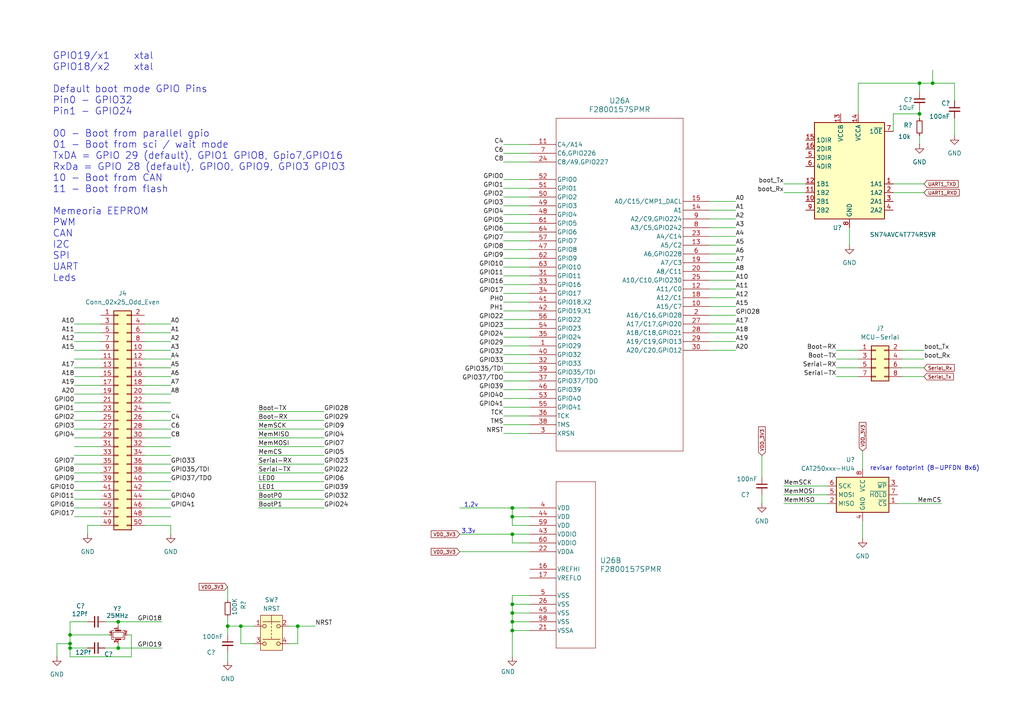
<source format=kicad_sch>
(kicad_sch (version 20250114) (generator "eeschema") (generator_version "9.0")
  (paper "A4")
  (lib_symbols
    (symbol "Connector_Generic:Conn_02x04_Odd_Even" (pin_names (offset 1.016) (hide yes))
      (property "Reference" "J" (at 1.27 5.08 0))
      (property "Value" "Conn_02x04_Odd_Even" (at 1.27 -7.62 0))
      (symbol "Conn_02x04_Odd_Even_1_1"
        (rectangle (start -1.27 3.81) (end 3.81 -6.35) (stroke (width 0.254)) (fill (type background)))
        (rectangle (start -1.27 2.667) (end 0 2.413) (stroke (width 0.1524)))
        (rectangle (start -1.27 0.127) (end 0 -0.127) (stroke (width 0.1524)))
        (rectangle (start -1.27 -2.413) (end 0 -2.667) (stroke (width 0.1524)))
        (rectangle (start -1.27 -4.953) (end 0 -5.207) (stroke (width 0.1524)))
        (rectangle (start 3.81 2.667) (end 2.54 2.413) (stroke (width 0.1524)))
        (rectangle (start 3.81 0.127) (end 2.54 -0.127) (stroke (width 0.1524)))
        (rectangle (start 3.81 -2.413) (end 2.54 -2.667) (stroke (width 0.1524)))
        (rectangle (start 3.81 -4.953) (end 2.54 -5.207) (stroke (width 0.1524)))
        (pin passive line (at -5.08 2.54 0) (length 3.81) (name "Pin_1") (number "1"))
        (pin passive line (at -5.08 0 0) (length 3.81) (name "Pin_3") (number "3"))
        (pin passive line (at -5.08 -2.54 0) (length 3.81) (name "Pin_5") (number "5"))
        (pin passive line (at -5.08 -5.08 0) (length 3.81) (name "Pin_7") (number "7"))
        (pin passive line (at 7.62 2.54 180) (length 3.81) (name "Pin_2") (number "2"))
        (pin passive line (at 7.62 0 180) (length 3.81) (name "Pin_4") (number "4"))
        (pin passive line (at 7.62 -2.54 180) (length 3.81) (name "Pin_6") (number "6"))
        (pin passive line (at 7.62 -5.08 180) (length 3.81) (name "Pin_8") (number "8"))
      )
    )
    (symbol "Connector_Generic:Conn_02x25_Odd_Even" (pin_names (offset 1.016) (hide yes))
      (property "Reference" "J" (at 1.27 33.02 0))
      (property "Value" "Conn_02x25_Odd_Even" (at 1.27 -33.02 0))
      (symbol "Conn_02x25_Odd_Even_1_1"
        (rectangle (start -1.27 31.75) (end 3.81 -31.75) (stroke (width 0.254)) (fill (type background)))
        (rectangle (start -1.27 30.607) (end 0 30.353) (stroke (width 0.1524)))
        (rectangle (start -1.27 28.067) (end 0 27.813) (stroke (width 0.1524)))
        (rectangle (start -1.27 25.527) (end 0 25.273) (stroke (width 0.1524)))
        (rectangle (start -1.27 22.987) (end 0 22.733) (stroke (width 0.1524)))
        (rectangle (start -1.27 20.447) (end 0 20.193) (stroke (width 0.1524)))
        (rectangle (start -1.27 17.907) (end 0 17.653) (stroke (width 0.1524)))
        (rectangle (start -1.27 15.367) (end 0 15.113) (stroke (width 0.1524)))
        (rectangle (start -1.27 12.827) (end 0 12.573) (stroke (width 0.1524)))
        (rectangle (start -1.27 10.287) (end 0 10.033) (stroke (width 0.1524)))
        (rectangle (start -1.27 7.747) (end 0 7.493) (stroke (width 0.1524)))
        (rectangle (start -1.27 5.207) (end 0 4.953) (stroke (width 0.1524)))
        (rectangle (start -1.27 2.667) (end 0 2.413) (stroke (width 0.1524)))
        (rectangle (start -1.27 0.127) (end 0 -0.127) (stroke (width 0.1524)))
        (rectangle (start -1.27 -2.413) (end 0 -2.667) (stroke (width 0.1524)))
        (rectangle (start -1.27 -4.953) (end 0 -5.207) (stroke (width 0.1524)))
        (rectangle (start -1.27 -7.493) (end 0 -7.747) (stroke (width 0.1524)))
        (rectangle (start -1.27 -10.033) (end 0 -10.287) (stroke (width 0.1524)))
        (rectangle (start -1.27 -12.573) (end 0 -12.827) (stroke (width 0.1524)))
        (rectangle (start -1.27 -15.113) (end 0 -15.367) (stroke (width 0.1524)))
        (rectangle (start -1.27 -17.653) (end 0 -17.907) (stroke (width 0.1524)))
        (rectangle (start -1.27 -20.193) (end 0 -20.447) (stroke (width 0.1524)))
        (rectangle (start -1.27 -22.733) (end 0 -22.987) (stroke (width 0.1524)))
        (rectangle (start -1.27 -25.273) (end 0 -25.527) (stroke (width 0.1524)))
        (rectangle (start -1.27 -27.813) (end 0 -28.067) (stroke (width 0.1524)))
        (rectangle (start -1.27 -30.353) (end 0 -30.607) (stroke (width 0.1524)))
        (rectangle (start 3.81 30.607) (end 2.54 30.353) (stroke (width 0.1524)))
        (rectangle (start 3.81 28.067) (end 2.54 27.813) (stroke (width 0.1524)))
        (rectangle (start 3.81 25.527) (end 2.54 25.273) (stroke (width 0.1524)))
        (rectangle (start 3.81 22.987) (end 2.54 22.733) (stroke (width 0.1524)))
        (rectangle (start 3.81 20.447) (end 2.54 20.193) (stroke (width 0.1524)))
        (rectangle (start 3.81 17.907) (end 2.54 17.653) (stroke (width 0.1524)))
        (rectangle (start 3.81 15.367) (end 2.54 15.113) (stroke (width 0.1524)))
        (rectangle (start 3.81 12.827) (end 2.54 12.573) (stroke (width 0.1524)))
        (rectangle (start 3.81 10.287) (end 2.54 10.033) (stroke (width 0.1524)))
        (rectangle (start 3.81 7.747) (end 2.54 7.493) (stroke (width 0.1524)))
        (rectangle (start 3.81 5.207) (end 2.54 4.953) (stroke (width 0.1524)))
        (rectangle (start 3.81 2.667) (end 2.54 2.413) (stroke (width 0.1524)))
        (rectangle (start 3.81 0.127) (end 2.54 -0.127) (stroke (width 0.1524)))
        (rectangle (start 3.81 -2.413) (end 2.54 -2.667) (stroke (width 0.1524)))
        (rectangle (start 3.81 -4.953) (end 2.54 -5.207) (stroke (width 0.1524)))
        (rectangle (start 3.81 -7.493) (end 2.54 -7.747) (stroke (width 0.1524)))
        (rectangle (start 3.81 -10.033) (end 2.54 -10.287) (stroke (width 0.1524)))
        (rectangle (start 3.81 -12.573) (end 2.54 -12.827) (stroke (width 0.1524)))
        (rectangle (start 3.81 -15.113) (end 2.54 -15.367) (stroke (width 0.1524)))
        (rectangle (start 3.81 -17.653) (end 2.54 -17.907) (stroke (width 0.1524)))
        (rectangle (start 3.81 -20.193) (end 2.54 -20.447) (stroke (width 0.1524)))
        (rectangle (start 3.81 -22.733) (end 2.54 -22.987) (stroke (width 0.1524)))
        (rectangle (start 3.81 -25.273) (end 2.54 -25.527) (stroke (width 0.1524)))
        (rectangle (start 3.81 -27.813) (end 2.54 -28.067) (stroke (width 0.1524)))
        (rectangle (start 3.81 -30.353) (end 2.54 -30.607) (stroke (width 0.1524)))
        (pin passive line (at -5.08 30.48 0) (length 3.81) (name "Pin_1") (number "1"))
        (pin passive line (at -5.08 27.94 0) (length 3.81) (name "Pin_3") (number "3"))
        (pin passive line (at -5.08 25.4 0) (length 3.81) (name "Pin_5") (number "5"))
        (pin passive line (at -5.08 22.86 0) (length 3.81) (name "Pin_7") (number "7"))
        (pin passive line (at -5.08 20.32 0) (length 3.81) (name "Pin_9") (number "9"))
        (pin passive line (at -5.08 17.78 0) (length 3.81) (name "Pin_11") (number "11"))
        (pin passive line (at -5.08 15.24 0) (length 3.81) (name "Pin_13") (number "13"))
        (pin passive line (at -5.08 12.7 0) (length 3.81) (name "Pin_15") (number "15"))
        (pin passive line (at -5.08 10.16 0) (length 3.81) (name "Pin_17") (number "17"))
        (pin passive line (at -5.08 7.62 0) (length 3.81) (name "Pin_19") (number "19"))
        (pin passive line (at -5.08 5.08 0) (length 3.81) (name "Pin_21") (number "21"))
        (pin passive line (at -5.08 2.54 0) (length 3.81) (name "Pin_23") (number "23"))
        (pin passive line (at -5.08 0 0) (length 3.81) (name "Pin_25") (number "25"))
        (pin passive line (at -5.08 -2.54 0) (length 3.81) (name "Pin_27") (number "27"))
        (pin passive line (at -5.08 -5.08 0) (length 3.81) (name "Pin_29") (number "29"))
        (pin passive line (at -5.08 -7.62 0) (length 3.81) (name "Pin_31") (number "31"))
        (pin passive line (at -5.08 -10.16 0) (length 3.81) (name "Pin_33") (number "33"))
        (pin passive line (at -5.08 -12.7 0) (length 3.81) (name "Pin_35") (number "35"))
        (pin passive line (at -5.08 -15.24 0) (length 3.81) (name "Pin_37") (number "37"))
        (pin passive line (at -5.08 -17.78 0) (length 3.81) (name "Pin_39") (number "39"))
        (pin passive line (at -5.08 -20.32 0) (length 3.81) (name "Pin_41") (number "41"))
        (pin passive line (at -5.08 -22.86 0) (length 3.81) (name "Pin_43") (number "43"))
        (pin passive line (at -5.08 -25.4 0) (length 3.81) (name "Pin_45") (number "45"))
        (pin passive line (at -5.08 -27.94 0) (length 3.81) (name "Pin_47") (number "47"))
        (pin passive line (at -5.08 -30.48 0) (length 3.81) (name "Pin_49") (number "49"))
        (pin passive line (at 7.62 30.48 180) (length 3.81) (name "Pin_2") (number "2"))
        (pin passive line (at 7.62 27.94 180) (length 3.81) (name "Pin_4") (number "4"))
        (pin passive line (at 7.62 25.4 180) (length 3.81) (name "Pin_6") (number "6"))
        (pin passive line (at 7.62 22.86 180) (length 3.81) (name "Pin_8") (number "8"))
        (pin passive line (at 7.62 20.32 180) (length 3.81) (name "Pin_10") (number "10"))
        (pin passive line (at 7.62 17.78 180) (length 3.81) (name "Pin_12") (number "12"))
        (pin passive line (at 7.62 15.24 180) (length 3.81) (name "Pin_14") (number "14"))
        (pin passive line (at 7.62 12.7 180) (length 3.81) (name "Pin_16") (number "16"))
        (pin passive line (at 7.62 10.16 180) (length 3.81) (name "Pin_18") (number "18"))
        (pin passive line (at 7.62 7.62 180) (length 3.81) (name "Pin_20") (number "20"))
        (pin passive line (at 7.62 5.08 180) (length 3.81) (name "Pin_22") (number "22"))
        (pin passive line (at 7.62 2.54 180) (length 3.81) (name "Pin_24") (number "24"))
        (pin passive line (at 7.62 0 180) (length 3.81) (name "Pin_26") (number "26"))
        (pin passive line (at 7.62 -2.54 180) (length 3.81) (name "Pin_28") (number "28"))
        (pin passive line (at 7.62 -5.08 180) (length 3.81) (name "Pin_30") (number "30"))
        (pin passive line (at 7.62 -7.62 180) (length 3.81) (name "Pin_32") (number "32"))
        (pin passive line (at 7.62 -10.16 180) (length 3.81) (name "Pin_34") (number "34"))
        (pin passive line (at 7.62 -12.7 180) (length 3.81) (name "Pin_36") (number "36"))
        (pin passive line (at 7.62 -15.24 180) (length 3.81) (name "Pin_38") (number "38"))
        (pin passive line (at 7.62 -17.78 180) (length 3.81) (name "Pin_40") (number "40"))
        (pin passive line (at 7.62 -20.32 180) (length 3.81) (name "Pin_42") (number "42"))
        (pin passive line (at 7.62 -22.86 180) (length 3.81) (name "Pin_44") (number "44"))
        (pin passive line (at 7.62 -25.4 180) (length 3.81) (name "Pin_46") (number "46"))
        (pin passive line (at 7.62 -27.94 180) (length 3.81) (name "Pin_48") (number "48"))
        (pin passive line (at 7.62 -30.48 180) (length 3.81) (name "Pin_50") (number "50"))
      )
    )
    (symbol "Device:C_Small" (pin_numbers (hide yes)) (pin_names (offset 0.254) (hide yes))
      (property "Reference" "C" (at 0.254 1.778 0))
      (property "Value" "C_Small" (at 0.254 -2.032 0))
      (symbol "C_Small_0_1"
        (polyline (pts (xy -1.524 0.508) (xy 1.524 0.508)) (stroke (width 0.3048)))
        (polyline (pts (xy -1.524 -0.508) (xy 1.524 -0.508)) (stroke (width 0.3302)))
      )
      (symbol "C_Small_1_1"
        (pin passive line (at 0 2.54 270) (length 2.032) (name "~") (number "1"))
        (pin passive line (at 0 -2.54 90) (length 2.032) (name "~") (number "2"))
      )
    )
    (symbol "Device:Crystal_GND24_Small" (pin_names (offset 1.016) (hide yes))
      (property "Reference" "Y" (at 1.27 4.445 0))
      (property "Value" "Crystal_GND24_Small" (at 1.27 2.54 0))
      (symbol "Crystal_GND24_Small_0_1"
        (polyline (pts (xy -1.27 1.27) (xy -1.27 1.905) (xy 1.27 1.905) (xy 1.27 1.27)))
        (polyline (pts (xy -1.27 -0.762) (xy -1.27 0.762)) (stroke (width 0.381)))
        (polyline (pts (xy -1.27 -1.27) (xy -1.27 -1.905) (xy 1.27 -1.905) (xy 1.27 -1.27)))
        (rectangle (start -0.762 -1.524) (end 0.762 1.524))
        (polyline (pts (xy 1.27 -0.762) (xy 1.27 0.762)) (stroke (width 0.381)))
      )
      (symbol "Crystal_GND24_Small_1_1"
        (pin passive line (at -2.54 0 0) (length 1.27) (name "1") (number "1"))
        (pin passive line (at 0 2.54 270) (length 0.635) (name "4") (number "4"))
        (pin passive line (at 0 -2.54 90) (length 0.635) (name "2") (number "2"))
        (pin passive line (at 2.54 0 180) (length 1.27) (name "3") (number "3"))
      )
    )
    (symbol "Device:R_Small" (pin_numbers (hide yes)) (pin_names (offset 0.254) (hide yes))
      (property "Reference" "R" (at 0.762 0.508 0))
      (property "Value" "R_Small" (at 0.762 -1.016 0))
      (symbol "R_Small_0_1"
        (rectangle (start -0.762 1.778) (end 0.762 -1.778) (stroke (width 0.2032)))
      )
      (symbol "R_Small_1_1"
        (pin passive line (at 0 2.54 270) (length 0.762) (name "~") (number "1"))
        (pin passive line (at 0 -2.54 90) (length 0.762) (name "~") (number "2"))
      )
    )
    (symbol "F2800157SPM:F2800157SPMR" (pin_names (offset 0.254))
      (property "Reference" "U" (at -2.286 17.272 0))
      (property "Value" "F2800157SPMR" (at 0 15.24 0))
      (symbol "F2800157SPMR_1_1"
        (polyline (pts (xy -19.05 13.97) (xy -19.05 -82.55)) (stroke (width 0.127)))
        (polyline (pts (xy -19.05 -82.55) (xy 17.78 -82.55)) (stroke (width 0.127)))
        (polyline (pts (xy 17.78 13.97) (xy -19.05 13.97)) (stroke (width 0.127)))
        (polyline (pts (xy 17.78 -82.55) (xy 17.78 13.97)) (stroke (width 0.127)))
        (pin bidirectional line (at -26.67 6.35 0) (length 7.62) (name "C4/A14") (number "11"))
        (pin bidirectional line (at -26.67 3.81 0) (length 7.62) (name "C6,GPIO226") (number "7"))
        (pin bidirectional line (at -26.67 1.27 0) (length 7.62) (name "C8/A9,GPIO227") (number "24"))
        (pin bidirectional line (at -26.67 -3.81 0) (length 7.62) (name "GPIO0") (number "52"))
        (pin bidirectional line (at -26.67 -6.35 0) (length 7.62) (name "GPIO1") (number "51"))
        (pin bidirectional line (at -26.67 -8.89 0) (length 7.62) (name "GPIO2") (number "50"))
        (pin bidirectional line (at -26.67 -11.43 0) (length 7.62) (name "GPIO3") (number "49"))
        (pin bidirectional line (at -26.67 -13.97 0) (length 7.62) (name "GPIO4") (number "48"))
        (pin bidirectional line (at -26.67 -16.51 0) (length 7.62) (name "GPIO5") (number "61"))
        (pin bidirectional line (at -26.67 -19.05 0) (length 7.62) (name "GPIO6") (number "64"))
        (pin bidirectional line (at -26.67 -21.59 0) (length 7.62) (name "GPIO7") (number "57"))
        (pin bidirectional line (at -26.67 -24.13 0) (length 7.62) (name "GPIO8") (number "47"))
        (pin bidirectional line (at -26.67 -26.67 0) (length 7.62) (name "GPIO9") (number "62"))
        (pin bidirectional line (at -26.67 -29.21 0) (length 7.62) (name "GPIO10") (number "63"))
        (pin bidirectional line (at -26.67 -31.75 0) (length 7.62) (name "GPIO11") (number "31"))
        (pin bidirectional line (at -26.67 -34.29 0) (length 7.62) (name "GPIO16") (number "33"))
        (pin bidirectional line (at -26.67 -36.83 0) (length 7.62) (name "GPIO17") (number "34"))
        (pin bidirectional line (at -26.67 -39.37 0) (length 7.62) (name "GPIO18,X2") (number "41"))
        (pin bidirectional line (at -26.67 -41.91 0) (length 7.62) (name "GPIO19,X1") (number "42"))
        (pin bidirectional line (at -26.67 -44.45 0) (length 7.62) (name "GPIO22") (number "56"))
        (pin bidirectional line (at -26.67 -46.99 0) (length 7.62) (name "GPIO23") (number "54"))
        (pin bidirectional line (at -26.67 -49.53 0) (length 7.62) (name "GPIO24") (number "35"))
        (pin bidirectional line (at -26.67 -52.07 0) (length 7.62) (name "GPIO29") (number "1"))
        (pin bidirectional line (at -26.67 -54.61 0) (length 7.62) (name "GPIO32") (number "40"))
        (pin bidirectional line (at -26.67 -57.15 0) (length 7.62) (name "GPIO33") (number "32"))
        (pin bidirectional line (at -26.67 -59.69 0) (length 7.62) (name "GPIO35/TDI") (number "39"))
        (pin bidirectional line (at -26.67 -62.23 0) (length 7.62) (name "GPIO37/TDO") (number "37"))
        (pin bidirectional line (at -26.67 -64.77 0) (length 7.62) (name "GPIO39") (number "46"))
        (pin bidirectional line (at -26.67 -67.31 0) (length 7.62) (name "GPIO40") (number "53"))
        (pin bidirectional line (at -26.67 -69.85 0) (length 7.62) (name "GPIO41") (number "55"))
        (pin unspecified line (at -26.67 -72.39 0) (length 7.62) (name "TCK") (number "36"))
        (pin unspecified line (at -26.67 -74.93 0) (length 7.62) (name "TMS") (number "38"))
        (pin unspecified line (at -26.67 -77.47 0) (length 7.62) (name "XRSN") (number "3"))
        (pin bidirectional line (at 25.4 -10.16 180) (length 7.62) (name "A0/C15/CMP1_DACL") (number "15"))
        (pin bidirectional line (at 25.4 -12.7 180) (length 7.62) (name "A1") (number "14"))
        (pin bidirectional line (at 25.4 -15.24 180) (length 7.62) (name "A2/C9,GPIO224") (number "9"))
        (pin bidirectional line (at 25.4 -17.78 180) (length 7.62) (name "A3/C5,GPIO242") (number "8"))
        (pin bidirectional line (at 25.4 -20.32 180) (length 7.62) (name "A4/C14") (number "23"))
        (pin bidirectional line (at 25.4 -22.86 180) (length 7.62) (name "A5/C2") (number "13"))
        (pin bidirectional line (at 25.4 -25.4 180) (length 7.62) (name "A6,GPIO228") (number "6"))
        (pin bidirectional line (at 25.4 -27.94 180) (length 7.62) (name "A7/C3") (number "19"))
        (pin bidirectional line (at 25.4 -30.48 180) (length 7.62) (name "A8/C11") (number "20"))
        (pin bidirectional line (at 25.4 -33.02 180) (length 7.62) (name "A10/C10,GPIO230") (number "25"))
        (pin bidirectional line (at 25.4 -35.56 180) (length 7.62) (name "A11/C0") (number "12"))
        (pin bidirectional line (at 25.4 -38.1 180) (length 7.62) (name "A12/C1") (number "18"))
        (pin bidirectional line (at 25.4 -40.64 180) (length 7.62) (name "A15/C7") (number "10"))
        (pin bidirectional line (at 25.4 -43.18 180) (length 7.62) (name "A16/C16,GPIO28") (number "2"))
        (pin bidirectional line (at 25.4 -45.72 180) (length 7.62) (name "A17/C17,GPIO20") (number "27"))
        (pin bidirectional line (at 25.4 -48.26 180) (length 7.62) (name "A18/C18,GPIO21") (number "28"))
        (pin bidirectional line (at 25.4 -50.8 180) (length 7.62) (name "A19/C19,GPIO13") (number "29"))
        (pin bidirectional line (at 25.4 -53.34 180) (length 7.62) (name "A20/C20,GPIO12") (number "30"))
      )
      (symbol "F2800157SPMR_2_1"
        (polyline (pts (xy -5.08 12.7) (xy -5.08 -35.56)) (stroke (width 0.127)))
        (polyline (pts (xy -5.08 -35.56) (xy 6.35 -35.56)) (stroke (width 0.127)))
        (polyline (pts (xy 6.35 12.7) (xy -5.08 12.7)) (stroke (width 0.127)))
        (polyline (pts (xy 6.35 -35.56) (xy 6.35 12.7)) (stroke (width 0.127)))
        (pin power_in line (at -12.7 5.08 0) (length 7.62) (name "VDD") (number "4"))
        (pin power_in line (at -12.7 2.54 0) (length 7.62) (name "VDD") (number "44"))
        (pin power_in line (at -12.7 0 0) (length 7.62) (name "VDD") (number "59"))
        (pin power_in line (at -12.7 -2.54 0) (length 7.62) (name "VDDIO") (number "43"))
        (pin power_in line (at -12.7 -5.08 0) (length 7.62) (name "VDDIO") (number "60"))
        (pin power_in line (at -12.7 -7.62 0) (length 7.62) (name "VDDA") (number "22"))
        (pin power_in line (at -12.7 -12.7 0) (length 7.62) (name "VREFHI") (number "16"))
        (pin power_in line (at -12.7 -15.24 0) (length 7.62) (name "VREFLO") (number "17"))
        (pin power_out line (at -12.7 -20.32 0) (length 7.62) (name "VSS") (number "5"))
        (pin power_out line (at -12.7 -22.86 0) (length 7.62) (name "VSS") (number "26"))
        (pin power_out line (at -12.7 -25.4 0) (length 7.62) (name "VSS") (number "45"))
        (pin power_out line (at -12.7 -27.94 0) (length 7.62) (name "VSS") (number "58"))
        (pin power_out line (at -12.7 -30.48 0) (length 7.62) (name "VSSA") (number "21"))
      )
    )
    (symbol "Memory_EEPROM:CAT250xxx-HU4"
      (property "Reference" "U" (at -7.62 6.35 0))
      (property "Value" "CAT250xxx-HU4" (at 2.54 -6.35 0))
      (symbol "CAT250xxx-HU4_1_1"
        (rectangle (start -7.62 5.08) (end 7.62 -5.08) (stroke (width 0.254)) (fill (type background)))
        (pin input line (at -10.16 2.54 0) (length 2.54) (name "~{WP}") (number "3"))
        (pin input line (at -10.16 0 0) (length 2.54) (name "~{HOLD}") (number "7"))
        (pin input line (at -10.16 -2.54 0) (length 2.54) (name "~{CS}") (number "1"))
        (pin power_in line (at 0 7.62 270) (length 2.54) (name "VCC") (number "8"))
        (pin power_in line (at 0 -7.62 90) (length 2.54) (name "GND") (number "4"))
        (pin passive line (at 0 -7.62 90) (length 2.54) (hide yes) (name "GND") (number "9"))
        (pin input line (at 10.16 2.54 180) (length 2.54) (name "SCK") (number "6"))
        (pin input line (at 10.16 0 180) (length 2.54) (name "MOSI") (number "5"))
        (pin tri_state line (at 10.16 -2.54 180) (length 2.54) (name "MISO") (number "2"))
      )
    )
    (symbol "SN74AVC4T774RSVR_1"
      (property "Reference" "U34" (at 3.4641 -35.56 0))
      (property "Value" "~" (at 3.4641 -36.83 0))
      (symbol "SN74AVC4T774RSVR_1_0_1"
        (rectangle (start -8.89 -5.08) (end 11.43 -33.02) (stroke (width 0.254)) (fill (type background)))
      )
      (symbol "SN74AVC4T774RSVR_1_1_1"
        (pin input line (at -11.43 -7.62 0) (length 2.54) (name "1~{OE}") (number "7"))
        (pin bidirectional line (at -11.43 -22.86 0) (length 2.54) (name "1A1") (number "1"))
        (pin bidirectional line (at -11.43 -25.4 0) (length 2.54) (name "1A2") (number "2"))
        (pin bidirectional line (at -11.43 -27.94 0) (length 2.54) (name "2A1") (number "3"))
        (pin bidirectional line (at -11.43 -30.48 0) (length 2.54) (name "2A2") (number "4"))
        (pin power_in line (at -1.27 -2.54 270) (length 2.54) (name "VCCA") (number "14"))
        (pin power_in line (at 1.27 -35.56 90) (length 2.54) (name "GND") (number "8"))
        (pin power_in line (at 3.81 -2.54 270) (length 2.54) (name "VCCB") (number "13"))
        (pin input line (at 13.97 -10.16 180) (length 2.54) (name "1DIR") (number "15"))
        (pin input line (at 13.97 -12.7 180) (length 2.54) (name "2DIR") (number "16"))
        (pin input line (at 13.97 -15.24 180) (length 2.54) (name "3DIR") (number "5"))
        (pin input line (at 13.97 -17.78 180) (length 2.54) (name "4DIR") (number "6"))
        (pin bidirectional line (at 13.97 -22.86 180) (length 2.54) (name "1B1") (number "12"))
        (pin bidirectional line (at 13.97 -25.4 180) (length 2.54) (name "1B2") (number "11"))
        (pin bidirectional line (at 13.97 -27.94 180) (length 2.54) (name "2B1") (number "10"))
        (pin bidirectional line (at 13.97 -30.48 180) (length 2.54) (name "2B2") (number "9"))
      )
    )
    (symbol "Switch:SW_Push_Dual" (pin_names (offset 1.016) (hide yes))
      (property "Reference" "SW" (at 0 7.62 0))
      (property "Value" "SW_Push_Dual" (at 0 -6.35 0))
      (symbol "SW_Push_Dual_0_1"
        (circle (center -2.032 2.54) (radius 0.508))
        (circle (center -2.032 -2.54) (radius 0.508))
        (polyline (pts (xy 0 3.81) (xy 0 5.588)))
        (polyline (pts (xy 0 3.048) (xy 0 3.556)))
        (polyline (pts (xy 0 2.032) (xy 0 2.54)))
        (polyline (pts (xy 0 1.016) (xy 0 1.524)))
        (polyline (pts (xy 0 0.508) (xy 0 0)))
        (polyline (pts (xy 0 -0.508) (xy 0 -1.016)))
        (circle (center 2.032 2.54) (radius 0.508))
        (circle (center 2.032 -2.54) (radius 0.508))
        (polyline (pts (xy 2.54 3.81) (xy -2.54 3.81)))
        (polyline (pts (xy 2.54 -1.27) (xy -2.54 -1.27)))
        (pin passive line (at -5.08 2.54 0) (length 2.54) (name "1") (number "1"))
        (pin passive line (at -5.08 -2.54 0) (length 2.54) (name "3") (number "3"))
        (pin passive line (at 5.08 2.54 180) (length 2.54) (name "2") (number "2"))
        (pin passive line (at 5.08 -2.54 180) (length 2.54) (name "4") (number "4"))
      )
      (symbol "SW_Push_Dual_1_1"
        (rectangle (start -3.175 5.715) (end 3.175 -4.445) (fill (type background)))
      )
    )
    (symbol "power:GND" (power) (pin_numbers (hide yes)) (pin_names (offset 0) (hide yes))
      (property "Value" "GND" (at 0 -3.81 0))
      (symbol "GND_0_1"
        (polyline (pts (xy 0 0) (xy 0 -1.27) (xy 1.27 -1.27) (xy 0 -2.54) (xy -1.27 -1.27) (xy 0 -1.27)))
      )
      (symbol "GND_1_1"
        (pin power_in line (at 0 0 270) (length 0) (name "~") (number "1"))
      )
    )
  )
  (text "revisar footprint (8-UPFDN 8x6)" (at 268.224 135.89 0) (effects (font (size 1.27 1.27))))
  (text "3.3v" (at 135.89 154.178 0) (effects (font (size 1.27 1.27))))
  (text "1.2v" (at 136.652 146.558 0) (effects (font (size 1.27 1.27))))
  (text "GPIO19/x1	xtal\nGPIO18/x2	xtal\n\nDefault boot mode GPIO Pins\nPin0 - GPIO32\nPin1 - GPIO24\n\n00 - Boot from parallel gpio\n01 - Boot from sci / wait mode \nTxDA = GPIO 29 (default), GPIO1 GPIO8, Gpio7,GPIO16\nRxDa = GPIO 28 (default), GPIO0, GPIO9, GPIO3 GPIO3\n10 - Boot from CAN\n11 - Boot from flash\n\nMemeoria EEPROM\nPWM \nCAN\nI2C\nSPI\nUART\nLeds" (at 15.24 48.514 0) (effects (font (size 2 2)) (justify left)))
  (junction (at 148.59 180.34))
  (junction (at 148.59 147.32))
  (junction (at 148.59 175.26))
  (junction (at 266.7 24.13))
  (junction (at 20.32 187.96))
  (junction (at 270.51 24.13))
  (junction (at 34.29 187.96))
  (junction (at 34.29 180.34))
  (junction (at 148.59 177.8))
  (junction (at 20.32 184.15))
  (junction (at 266.7 33.02))
  (junction (at 148.59 149.86))
  (junction (at 148.59 154.94))
  (junction (at 86.36 181.61))
  (junction (at 69.85 181.61))
  (junction (at 66.04 181.61))
  (junction (at 20.32 186.69))
  (junction (at 148.59 182.88))
  (wire (pts (xy 83.82 186.69) (xy 86.36 186.69)))
  (wire (pts (xy 25.4 187.96) (xy 20.32 187.96)))
  (wire (pts (xy 153.67 74.93) (xy 146.05 74.93)))
  (wire (pts (xy 41.91 109.22) (xy 49.53 109.22)))
  (wire (pts (xy 153.67 115.57) (xy 146.05 115.57)))
  (wire (pts (xy 246.38 66.04) (xy 246.38 71.12)))
  (wire (pts (xy 41.91 93.98) (xy 49.53 93.98)))
  (wire (pts (xy 205.74 78.74) (xy 213.36 78.74)))
  (wire (pts (xy 259.08 33.02) (xy 266.7 33.02)))
  (wire (pts (xy 21.59 137.16) (xy 29.21 137.16)))
  (wire (pts (xy 41.91 152.4) (xy 49.53 152.4)))
  (wire (pts (xy 148.59 149.86) (xy 148.59 147.32)))
  (wire (pts (xy 153.67 82.55) (xy 146.05 82.55)))
  (wire (pts (xy 16.51 190.5) (xy 16.51 186.69)))
  (wire (pts (xy 30.48 180.34) (xy 34.29 180.34)))
  (wire (pts (xy 133.35 154.94) (xy 148.59 154.94)))
  (wire (pts (xy 25.4 152.4) (xy 25.4 154.94)))
  (wire (pts (xy 261.62 101.6) (xy 267.97 101.6)))
  (wire (pts (xy 21.59 106.68) (xy 29.21 106.68)))
  (wire (pts (xy 93.98 147.32) (xy 74.93 147.32)))
  (wire (pts (xy 266.7 24.13) (xy 266.7 26.67)))
  (wire (pts (xy 41.91 101.6) (xy 49.53 101.6)))
  (wire (pts (xy 261.62 106.68) (xy 267.97 106.68)))
  (wire (pts (xy 49.53 152.4) (xy 49.53 154.94)))
  (wire (pts (xy 205.74 96.52) (xy 213.36 96.52)))
  (wire (pts (xy 41.91 104.14) (xy 49.53 104.14)))
  (wire (pts (xy 220.98 132.08) (xy 220.98 138.43)))
  (wire (pts (xy 41.91 124.46) (xy 49.53 124.46)))
  (wire (pts (xy 153.67 57.15) (xy 146.05 57.15)))
  (wire (pts (xy 153.67 77.47) (xy 146.05 77.47)))
  (wire (pts (xy 153.67 67.31) (xy 146.05 67.31)))
  (wire (pts (xy 41.91 121.92) (xy 49.53 121.92)))
  (wire (pts (xy 41.91 147.32) (xy 49.53 147.32)))
  (wire (pts (xy 153.67 64.77) (xy 146.05 64.77)))
  (wire (pts (xy 205.74 73.66) (xy 213.36 73.66)))
  (wire (pts (xy 259.08 53.34) (xy 267.97 53.34)))
  (wire (pts (xy 148.59 157.48) (xy 148.59 154.94)))
  (wire (pts (xy 153.67 95.25) (xy 146.05 95.25)))
  (wire (pts (xy 73.66 181.61) (xy 69.85 181.61)))
  (wire (pts (xy 148.59 154.94) (xy 153.67 154.94)))
  (wire (pts (xy 242.57 101.6) (xy 248.92 101.6)))
  (wire (pts (xy 93.98 144.78) (xy 74.93 144.78)))
  (wire (pts (xy 259.08 38.1) (xy 259.08 33.02)))
  (wire (pts (xy 205.74 93.98) (xy 213.36 93.98)))
  (wire (pts (xy 148.59 157.48) (xy 153.67 157.48)))
  (wire (pts (xy 41.91 111.76) (xy 49.53 111.76)))
  (wire (pts (xy 153.67 87.63) (xy 146.05 87.63)))
  (wire (pts (xy 133.35 147.32) (xy 148.59 147.32)))
  (wire (pts (xy 266.7 39.37) (xy 266.7 41.91)))
  (wire (pts (xy 41.91 127) (xy 49.53 127)))
  (wire (pts (xy 242.57 104.14) (xy 248.92 104.14)))
  (wire (pts (xy 153.67 90.17) (xy 146.05 90.17)))
  (wire (pts (xy 69.85 181.61) (xy 66.04 181.61)))
  (wire (pts (xy 205.74 83.82) (xy 213.36 83.82)))
  (wire (pts (xy 21.59 99.06) (xy 29.21 99.06)))
  (wire (pts (xy 69.85 181.61) (xy 69.85 186.69)))
  (wire (pts (xy 93.98 139.7) (xy 74.93 139.7)))
  (wire (pts (xy 261.62 104.14) (xy 267.97 104.14)))
  (wire (pts (xy 205.74 86.36) (xy 213.36 86.36)))
  (wire (pts (xy 41.91 134.62) (xy 49.53 134.62)))
  (wire (pts (xy 270.51 20.32) (xy 270.51 24.13)))
  (wire (pts (xy 148.59 172.72) (xy 148.59 175.26)))
  (wire (pts (xy 148.59 177.8) (xy 148.59 180.34)))
  (wire (pts (xy 205.74 71.12) (xy 213.36 71.12)))
  (wire (pts (xy 153.67 46.99) (xy 146.05 46.99)))
  (wire (pts (xy 153.67 54.61) (xy 146.05 54.61)))
  (wire (pts (xy 41.91 114.3) (xy 49.53 114.3)))
  (wire (pts (xy 93.98 137.16) (xy 74.93 137.16)))
  (wire (pts (xy 153.67 59.69) (xy 146.05 59.69)))
  (wire (pts (xy 83.82 181.61) (xy 86.36 181.61)))
  (wire (pts (xy 41.91 142.24) (xy 49.53 142.24)))
  (wire (pts (xy 34.29 180.34) (xy 34.29 181.61)))
  (wire (pts (xy 66.04 181.61) (xy 66.04 184.15)))
  (wire (pts (xy 21.59 134.62) (xy 29.21 134.62)))
  (wire (pts (xy 248.92 24.13) (xy 248.92 33.02)))
  (wire (pts (xy 153.67 120.65) (xy 146.05 120.65)))
  (wire (pts (xy 41.91 137.16) (xy 49.53 137.16)))
  (wire (pts (xy 21.59 144.78) (xy 29.21 144.78)))
  (wire (pts (xy 38.1 184.15) (xy 38.1 190.5)))
  (wire (pts (xy 41.91 119.38) (xy 49.53 119.38)))
  (wire (pts (xy 250.19 151.13) (xy 250.19 156.21)))
  (wire (pts (xy 205.74 91.44) (xy 213.36 91.44)))
  (wire (pts (xy 153.67 100.33) (xy 146.05 100.33)))
  (wire (pts (xy 233.68 55.88) (xy 227.33 55.88)))
  (wire (pts (xy 148.59 182.88) (xy 153.67 182.88)))
  (wire (pts (xy 21.59 132.08) (xy 29.21 132.08)))
  (wire (pts (xy 66.04 189.23) (xy 66.04 191.77)))
  (wire (pts (xy 153.67 52.07) (xy 146.05 52.07)))
  (wire (pts (xy 74.93 132.08) (xy 93.98 132.08)))
  (wire (pts (xy 20.32 180.34) (xy 25.4 180.34)))
  (wire (pts (xy 41.91 99.06) (xy 49.53 99.06)))
  (wire (pts (xy 21.59 111.76) (xy 29.21 111.76)))
  (wire (pts (xy 153.67 107.95) (xy 146.05 107.95)))
  (wire (pts (xy 205.74 60.96) (xy 213.36 60.96)))
  (wire (pts (xy 205.74 76.2) (xy 213.36 76.2)))
  (wire (pts (xy 250.19 130.81) (xy 250.19 135.89)))
  (wire (pts (xy 259.08 55.88) (xy 267.97 55.88)))
  (wire (pts (xy 153.67 113.03) (xy 146.05 113.03)))
  (wire (pts (xy 227.33 146.05) (xy 240.03 146.05)))
  (wire (pts (xy 21.59 139.7) (xy 29.21 139.7)))
  (wire (pts (xy 153.67 102.87) (xy 146.05 102.87)))
  (wire (pts (xy 34.29 186.69) (xy 34.29 187.96)))
  (wire (pts (xy 153.67 72.39) (xy 146.05 72.39)))
  (wire (pts (xy 153.67 80.01) (xy 146.05 80.01)))
  (wire (pts (xy 153.67 123.19) (xy 146.05 123.19)))
  (wire (pts (xy 93.98 142.24) (xy 74.93 142.24)))
  (wire (pts (xy 16.51 186.69) (xy 20.32 186.69)))
  (wire (pts (xy 261.62 109.22) (xy 267.97 109.22)))
  (wire (pts (xy 266.7 24.13) (xy 248.92 24.13)))
  (wire (pts (xy 146.05 125.73) (xy 153.67 125.73)))
  (wire (pts (xy 21.59 149.86) (xy 29.21 149.86)))
  (wire (pts (xy 21.59 124.46) (xy 29.21 124.46)))
  (wire (pts (xy 66.04 179.07) (xy 66.04 181.61)))
  (wire (pts (xy 205.74 58.42) (xy 213.36 58.42)))
  (wire (pts (xy 153.67 92.71) (xy 146.05 92.71)))
  (wire (pts (xy 153.67 85.09) (xy 146.05 85.09)))
  (wire (pts (xy 41.91 139.7) (xy 49.53 139.7)))
  (wire (pts (xy 148.59 149.86) (xy 153.67 149.86)))
  (wire (pts (xy 276.86 24.13) (xy 276.86 29.21)))
  (wire (pts (xy 21.59 147.32) (xy 29.21 147.32)))
  (wire (pts (xy 153.67 118.11) (xy 146.05 118.11)))
  (wire (pts (xy 148.59 182.88) (xy 148.59 190.5)))
  (wire (pts (xy 205.74 81.28) (xy 213.36 81.28)))
  (wire (pts (xy 34.29 180.34) (xy 46.99 180.34)))
  (wire (pts (xy 21.59 101.6) (xy 29.21 101.6)))
  (wire (pts (xy 148.59 177.8) (xy 153.67 177.8)))
  (wire (pts (xy 74.93 124.46) (xy 93.98 124.46)))
  (wire (pts (xy 38.1 184.15) (xy 36.83 184.15)))
  (wire (pts (xy 148.59 180.34) (xy 153.67 180.34)))
  (wire (pts (xy 276.86 34.29) (xy 276.86 39.37)))
  (wire (pts (xy 93.98 119.38) (xy 74.93 119.38)))
  (wire (pts (xy 266.7 33.02) (xy 266.7 34.29)))
  (wire (pts (xy 20.32 184.15) (xy 20.32 186.69)))
  (wire (pts (xy 227.33 143.51) (xy 240.03 143.51)))
  (wire (pts (xy 34.29 187.96) (xy 30.48 187.96)))
  (wire (pts (xy 93.98 121.92) (xy 74.93 121.92)))
  (wire (pts (xy 153.67 110.49) (xy 146.05 110.49)))
  (wire (pts (xy 242.57 106.68) (xy 248.92 106.68)))
  (wire (pts (xy 21.59 93.98) (xy 29.21 93.98)))
  (wire (pts (xy 34.29 187.96) (xy 46.99 187.96)))
  (wire (pts (xy 21.59 127) (xy 29.21 127)))
  (wire (pts (xy 153.67 69.85) (xy 146.05 69.85)))
  (wire (pts (xy 153.67 152.4) (xy 148.59 152.4)))
  (wire (pts (xy 205.74 63.5) (xy 213.36 63.5)))
  (wire (pts (xy 21.59 129.54) (xy 29.21 129.54)))
  (wire (pts (xy 20.32 184.15) (xy 20.32 180.34)))
  (wire (pts (xy 148.59 175.26) (xy 153.67 175.26)))
  (wire (pts (xy 21.59 116.84) (xy 29.21 116.84)))
  (wire (pts (xy 69.85 186.69) (xy 73.66 186.69)))
  (wire (pts (xy 21.59 142.24) (xy 29.21 142.24)))
  (wire (pts (xy 21.59 114.3) (xy 29.21 114.3)))
  (wire (pts (xy 153.67 97.79) (xy 146.05 97.79)))
  (wire (pts (xy 205.74 66.04) (xy 213.36 66.04)))
  (wire (pts (xy 270.51 24.13) (xy 276.86 24.13)))
  (wire (pts (xy 20.32 187.96) (xy 20.32 190.5)))
  (wire (pts (xy 153.67 172.72) (xy 148.59 172.72)))
  (wire (pts (xy 153.67 41.91) (xy 146.05 41.91)))
  (wire (pts (xy 21.59 104.14) (xy 29.21 104.14)))
  (wire (pts (xy 29.21 152.4) (xy 25.4 152.4)))
  (wire (pts (xy 20.32 190.5) (xy 38.1 190.5)))
  (wire (pts (xy 153.67 62.23) (xy 146.05 62.23)))
  (wire (pts (xy 266.7 24.13) (xy 270.51 24.13)))
  (wire (pts (xy 31.75 184.15) (xy 20.32 184.15)))
  (wire (pts (xy 266.7 31.75) (xy 266.7 33.02)))
  (wire (pts (xy 213.36 99.06) (xy 205.74 99.06)))
  (wire (pts (xy 41.91 149.86) (xy 49.53 149.86)))
  (wire (pts (xy 148.59 147.32) (xy 153.67 147.32)))
  (wire (pts (xy 66.04 170.18) (xy 66.04 173.99)))
  (wire (pts (xy 153.67 44.45) (xy 146.05 44.45)))
  (wire (pts (xy 233.68 53.34) (xy 227.33 53.34)))
  (wire (pts (xy 41.91 106.68) (xy 49.53 106.68)))
  (wire (pts (xy 205.74 68.58) (xy 213.36 68.58)))
  (wire (pts (xy 20.32 186.69) (xy 20.32 187.96)))
  (wire (pts (xy 21.59 119.38) (xy 29.21 119.38)))
  (wire (pts (xy 242.57 109.22) (xy 248.92 109.22)))
  (wire (pts (xy 21.59 121.92) (xy 29.21 121.92)))
  (wire (pts (xy 41.91 129.54) (xy 49.53 129.54)))
  (wire (pts (xy 86.36 181.61) (xy 91.44 181.61)))
  (wire (pts (xy 74.93 129.54) (xy 93.98 129.54)))
  (wire (pts (xy 41.91 96.52) (xy 49.53 96.52)))
  (wire (pts (xy 21.59 96.52) (xy 29.21 96.52)))
  (wire (pts (xy 41.91 132.08) (xy 49.53 132.08)))
  (wire (pts (xy 220.98 143.51) (xy 220.98 146.05)))
  (wire (pts (xy 205.74 88.9) (xy 213.36 88.9)))
  (wire (pts (xy 148.59 180.34) (xy 148.59 182.88)))
  (wire (pts (xy 41.91 144.78) (xy 49.53 144.78)))
  (wire (pts (xy 213.36 101.6) (xy 205.74 101.6)))
  (wire (pts (xy 21.59 109.22) (xy 29.21 109.22)))
  (wire (pts (xy 273.05 146.05) (xy 260.35 146.05)))
  (wire (pts (xy 227.33 140.97) (xy 240.03 140.97)))
  (wire (pts (xy 86.36 186.69) (xy 86.36 181.61)))
  (wire (pts (xy 41.91 116.84) (xy 49.53 116.84)))
  (wire (pts (xy 148.59 152.4) (xy 148.59 149.86)))
  (wire (pts (xy 148.59 175.26) (xy 148.59 177.8)))
  (wire (pts (xy 133.35 160.02) (xy 153.67 160.02)))
  (wire (pts (xy 74.93 134.62) (xy 93.98 134.62)))
  (wire (pts (xy 74.93 127) (xy 93.98 127)))
  (wire (pts (xy 153.67 105.41) (xy 146.05 105.41)))
  (label "boot_Tx" (at 267.97 101.6 0))
  (label "GPIO22" (at 146.05 92.71 180))
  (label "A2" (at 49.53 99.06 0))
  (label "GPIO7" (at 146.05 69.85 180))
  (label "GPIO4" (at 93.98 127 0))
  (label "GPIO2" (at 21.59 121.92 180))
  (label "NRST" (at 146.05 125.73 180))
  (label "C8" (at 146.05 46.99 180))
  (label "MemCS" (at 273.05 146.05 180))
  (label "Serial-RX" (at 74.93 134.62 0))
  (label "GPIO8" (at 146.05 72.39 180))
  (label "BootP0" (at 74.93 144.78 0))
  (label "GPIO40" (at 49.53 144.78 0))
  (label "PH0" (at 146.05 87.63 180))
  (label "Boot-RX" (at 74.93 121.92 0))
  (label "GPIO29" (at 93.98 121.92 0))
  (label "A4" (at 213.36 68.58 0))
  (label "GPIO17" (at 146.05 85.09 180))
  (label "GPIO37{slash}TDO" (at 146.05 110.49 180))
  (label "PH1" (at 146.05 90.17 180))
  (label "Boot-TX" (at 242.57 104.14 180))
  (label "A8" (at 49.53 114.3 0))
  (label "GPIO10" (at 21.59 142.24 180))
  (label "GPIO23" (at 146.05 95.25 180))
  (label "A1" (at 213.36 60.96 0))
  (label "A15" (at 21.59 101.6 180))
  (label "GPIO4" (at 146.05 62.23 180))
  (label "A11" (at 21.59 96.52 180))
  (label "A20" (at 21.59 114.3 180))
  (label "GPIO32" (at 93.98 144.78 0))
  (label "GPIO9" (at 93.98 124.46 0))
  (label "Serial-TX" (at 74.93 137.16 0))
  (label "MemMISO" (at 227.33 146.05 0))
  (label "GPIO1" (at 21.59 119.38 180))
  (label "GPIO16" (at 21.59 147.32 180))
  (label "GPIO40" (at 146.05 115.57 180))
  (label "A7" (at 49.53 111.76 0))
  (label "Serial-RX" (at 242.57 106.68 180))
  (label "C6" (at 49.53 124.46 0))
  (label "Boot-TX" (at 74.93 119.38 0))
  (label "A11" (at 213.36 83.82 0))
  (label "GPIO39" (at 93.98 142.24 0))
  (label "GPIO0" (at 146.05 52.07 180))
  (label "A18" (at 213.36 96.52 0))
  (label "GPIO7" (at 93.98 129.54 0))
  (label "GPIO11" (at 146.05 80.01 180))
  (label "GPIO22" (at 93.98 137.16 0))
  (label "GPIO6" (at 93.98 139.7 0))
  (label "C4" (at 146.05 41.91 180))
  (label "MemMOSI" (at 227.33 143.51 0))
  (label "GPIO9" (at 21.59 139.7 180))
  (label "GPIO16" (at 146.05 82.55 180))
  (label "A6" (at 49.53 109.22 0))
  (label "A3" (at 49.53 101.6 0))
  (label "LED0" (at 74.93 139.7 0))
  (label "A17" (at 213.36 93.98 0))
  (label "GPIO10" (at 146.05 77.47 180))
  (label "Serial-TX" (at 242.57 109.22 180))
  (label "GPIO39" (at 146.05 113.03 180))
  (label "GPIO41" (at 146.05 118.11 180))
  (label "A4" (at 49.53 104.14 0))
  (label "GPIO33" (at 146.05 105.41 180))
  (label "GPIO9" (at 146.05 74.93 180))
  (label "A7" (at 213.36 76.2 0))
  (label "GPIO33" (at 49.53 134.62 0))
  (label "C6" (at 146.05 44.45 180))
  (label "A0" (at 213.36 58.42 0))
  (label "A6" (at 213.36 73.66 0))
  (label "C8" (at 49.53 127 0))
  (label "A2" (at 213.36 63.5 0))
  (label "GPIO32" (at 146.05 102.87 180))
  (label "GPIO41" (at 49.53 147.32 0))
  (label "A5" (at 49.53 106.68 0))
  (label "boot_Rx" (at 267.97 104.14 0))
  (label "NRST" (at 91.44 181.61 0))
  (label "A12" (at 213.36 86.36 0))
  (label "GPIO4" (at 21.59 127 180))
  (label "A1" (at 49.53 96.52 0))
  (label "A5" (at 213.36 71.12 0))
  (label "Boot-RX" (at 242.57 101.6 180))
  (label "GPIO19" (at 46.99 187.96 180))
  (label "GPIO28" (at 213.36 91.44 0))
  (label "boot_Rx" (at 227.33 55.88 180))
  (label "A15" (at 213.36 88.9 0))
  (label "GPIO24" (at 93.98 147.32 0))
  (label "GPIO8" (at 21.59 137.16 180))
  (label "A19" (at 21.59 111.76 180))
  (label "A20" (at 213.36 101.6 0))
  (label "GPIO23" (at 93.98 134.62 0))
  (label "GPIO3" (at 146.05 59.69 180))
  (label "GPIO7" (at 21.59 134.62 180))
  (label "GPIO0" (at 21.59 116.84 180))
  (label "A8" (at 213.36 78.74 0))
  (label "A18" (at 21.59 109.22 180))
  (label "MemMISO" (at 74.93 127 0))
  (label "boot_Tx" (at 227.33 53.34 180))
  (label "A17" (at 21.59 106.68 180))
  (label "GPIO3" (at 21.59 124.46 180))
  (label "GPIO11" (at 21.59 144.78 180))
  (label "MemCS" (at 74.93 132.08 0))
  (label "TMS" (at 146.05 123.19 180))
  (label "GPIO29" (at 146.05 100.33 180))
  (label "MemSCK" (at 74.93 124.46 0))
  (label "GPIO35{slash}TDI" (at 146.05 107.95 180))
  (label "GPIO17" (at 21.59 149.86 180))
  (label "TCK" (at 146.05 120.65 180))
  (label "BootP1" (at 74.93 147.32 0))
  (label "A12" (at 21.59 99.06 180))
  (label "C4" (at 49.53 121.92 0))
  (label "GPIO6" (at 146.05 67.31 180))
  (label "GPIO1" (at 146.05 54.61 180))
  (label "A10" (at 21.59 93.98 180))
  (label "GPIO18" (at 46.99 180.34 180))
  (label "GPIO37{slash}TDO" (at 49.53 139.7 0))
  (label "MemMOSI" (at 74.93 129.54 0))
  (label "GPIO24" (at 146.05 97.79 180))
  (label "A19" (at 213.36 99.06 0))
  (label "GPIO35{slash}TDI" (at 49.53 137.16 0))
  (label "GPIO5" (at 146.05 64.77 180))
  (label "GPIO5" (at 93.98 132.08 0))
  (label "LED1" (at 74.93 142.24 0))
  (label "GPIO2" (at 146.05 57.15 180))
  (label "A10" (at 213.36 81.28 0))
  (label "A0" (at 49.53 93.98 0))
  (label "A3" (at 213.36 66.04 0))
  (label "MemSCK" (at 227.33 140.97 0))
  (label "GPIO28" (at 93.98 119.38 0))
  (global_label "VDD_3V3" (shape input) (at 250.19 130.81 90) (effects (font (size 1 1))) (property "Intersheetrefs" "${INTERSHEET_REFS}" (effects (hide yes))))
  (global_label "VDD_3V3" (shape input) (at 220.98 132.08 90) (effects (font (size 1 1))) (property "Intersheetrefs" "${INTERSHEET_REFS}" (effects (hide yes))))
  (global_label "Serial_Tx" (shape input) (at 267.97 109.22 0) (effects (font (size 1 1))) (property "Intersheetrefs" "${INTERSHEET_REFS}" (effects (hide yes))))
  (global_label "UART1_TXD" (shape input) (at 267.97 53.34 0) (effects (font (size 1 1))) (property "Intersheetrefs" "${INTERSHEET_REFS}" (effects (hide yes))))
  (global_label "UART1_RXD" (shape input) (at 267.97 55.88 0) (effects (font (size 1 1))) (property "Intersheetrefs" "${INTERSHEET_REFS}" (effects (hide yes))))
  (global_label "VDD_3V3" (shape input) (at 133.35 160.02 180) (effects (font (size 1 1))) (property "Intersheetrefs" "${INTERSHEET_REFS}" (effects (hide yes))))
  (global_label "Serial_Rx" (shape input) (at 267.97 106.68 0) (effects (font (size 1 1))) (property "Intersheetrefs" "${INTERSHEET_REFS}" (effects (hide yes))))
  (global_label "VDD_3V3" (shape input) (at 133.35 154.94 180) (effects (font (size 1 1))) (property "Intersheetrefs" "${INTERSHEET_REFS}" (effects (hide yes))))
  (global_label "VDD_3V3" (shape input) (at 66.04 170.18 180) (effects (font (size 1 1))) (property "Intersheetrefs" "${INTERSHEET_REFS}" (effects (hide yes))))
  (symbol (lib_name "SN74AVC4T774RSVR_1") (lib_id "_W_MX8M:SN74AVC4T774RSVR") (at 247.65 30.48 0) (mirror y) (unit 1)
    (property "Reference" "U?" (at 244.1859 66.04 0) (effects (justify left)))
    (property "Value" "SN74AVC4T774RSVR" (at 271.526 68.072 0) (effects (justify left)))
    (property "Footprint" "Package_DFN_QFN:UQFN-16_1.8x2.6mm_P0.4mm" (effects (hide yes)))
    (property "MP" "SN74AVC4T774RSVR" (effects (hide yes)))
    (property "Price" "2" (effects (hide yes)))
  )
  (symbol (lib_id "power:GND") (at 25.4 154.94 0) (unit 1)
    (property "Reference" "#PWR?" (effects (hide yes)))
    (property "Value" "GND" (at 25.4 160.02 0))
    (property "Description" "Power symbol creates a global label with name \"GND\" , ground" (effects (hide yes)))
  )
  (symbol (lib_id "Device:C_Small") (at 27.94 180.34 270) (mirror x) (unit 1)
    (property "Reference" "C?" (at 23.368 175.768 90))
    (property "Value" "12Pf" (at 23.114 178.054 90))
    (property "Footprint" "Capacitor_SMD:C_0402_1005Metric" (effects (hide yes)))
    (property "Description" "Unpolarized capacitor, small symbol" (effects (hide yes)))
    (property "MP" "C0402C120D5GACTU" (effects (hide yes)))
    (property "Price" "0.5" (effects (hide yes)))
  )
  (symbol (lib_id "Device:C_Small") (at 266.7 29.21 0) (unit 1)
    (property "Reference" "C?" (at 264.668 28.956 0) (effects (justify right)))
    (property "Value" "10uF" (at 265.43 31.242 0) (effects (justify right)))
    (property "Footprint" "Capacitor_SMD:C_0402_1005Metric" (effects (hide yes)))
    (property "Description" "Unpolarized capacitor, small symbol" (effects (hide yes)))
  )
  (symbol (lib_id "power:GND") (at 16.51 190.5 0) (mirror y) (unit 1)
    (property "Reference" "#PWR?" (effects (hide yes)))
    (property "Value" "GND" (at 16.51 195.58 0))
    (property "Description" "Power symbol creates a global label with name \"GND\" , ground" (effects (hide yes)))
  )
  (symbol (lib_id "Device:C_Small") (at 276.86 31.75 0) (unit 1)
    (property "Reference" "C?" (at 275.59 29.972 0) (effects (justify right)))
    (property "Value" "100nF" (at 275.59 33.782 0) (effects (justify right)))
    (property "Footprint" "Capacitor_SMD:C_0402_1005Metric" (effects (hide yes)))
    (property "Description" "Unpolarized capacitor, small symbol" (effects (hide yes)))
    (property "MP" "C0402C104K4RACTU" (effects (hide yes)))
    (property "Price" "0.1" (effects (hide yes)))
  )
  (symbol (lib_id "Connector_Generic:Conn_02x25_Odd_Even") (at 34.29 121.92 0) (unit 1)
    (property "Reference" "J4" (at 35.56 85.09 0))
    (property "Value" "Conn_02x25_Odd_Even" (at 35.56 87.63 0))
    (property "Footprint" "Connector_PinSocket_2.54mm:PinSocket_2x25_P2.54mm_Vertical" (effects (hide yes)))
    (property "Description" "Generic connector, double row, 02x25, odd/even pin numbering scheme (row 1 odd numbers, row 2 even numbers), script generated (kicad-library-utils/schlib/autogen/connector/)" (effects (hide yes)))
  )
  (symbol (lib_id "power:GND") (at 246.38 71.12 0) (mirror y) (unit 1)
    (property "Reference" "#PWR?" (effects (hide yes)))
    (property "Value" "GND" (at 246.38 76.2 0))
    (property "Description" "Power symbol creates a global label with name \"GND\" , ground" (effects (hide yes)))
  )
  (symbol (lib_id "Memory_EEPROM:CAT250xxx-HU4") (at 250.19 143.51 0) (mirror y) (unit 1)
    (property "Reference" "U?" (at 247.9959 133.35 0) (effects (justify left)))
    (property "Value" "CAT250xxx-HU4" (at 247.9959 135.89 0) (effects (justify left)))
    (property "Footprint" "Package_DFN_QFN:DFN-8-1EP_3x2mm_P0.5mm_EP1.75x1.45mm" (effects (hide yes)))
    (property "Datasheet" "http://www.onsemi.com/PowerSolutions/product.do?id=CAT25040" (effects (hide yes)))
    (property "Description" "ON Semiconductor SPI Serial EEPROM, DFN8" (effects (hide yes)))
    (property "MP" "MT29F4G01ABAFDWB-IT:F TR" (effects (hide yes)))
    (property "Price" "4" (effects (hide yes)))
  )
  (symbol (lib_id "Device:C_Small") (at 220.98 140.97 0) (mirror y) (unit 1)
    (property "Reference" "C?" (at 214.884 143.51 0) (effects (justify right)))
    (property "Value" "100nF" (at 213.614 138.938 0) (effects (justify right)))
    (property "Footprint" "Capacitor_SMD:C_0402_1005Metric" (effects (hide yes)))
    (property "Description" "Unpolarized capacitor, small symbol" (effects (hide yes)))
    (property "MP" "C0402C104K4RACTU" (effects (hide yes)))
    (property "Price" "0.1" (effects (hide yes)))
  )
  (symbol (lib_id "Device:R_Small") (at 266.7 36.83 0) (mirror y) (unit 1)
    (property "Reference" "R?" (at 264.668 36.322 0) (effects (justify left)))
    (property "Value" "10k" (at 264.16 39.624 0) (effects (justify left)))
    (property "Footprint" "Resistor_SMD:R_0402_1005Metric" (effects (hide yes)))
    (property "Description" "Resistor, small symbol" (effects (hide yes)))
    (property "MP" "RC0402JR-0710KL" (effects (hide yes)))
    (property "Price" "0.1" (effects (hide yes)))
  )
  (symbol (lib_id "power:GND") (at 276.86 39.37 0) (unit 1)
    (property "Reference" "#PWR?" (effects (hide yes)))
    (property "Value" "GND" (at 276.86 44.45 0))
    (property "Description" "Power symbol creates a global label with name \"GND\" , ground" (effects (hide yes)))
  )
  (symbol (lib_id "power:GND") (at 220.98 146.05 0) (unit 1)
    (property "Reference" "#PWR?" (effects (hide yes)))
    (property "Value" "GND" (at 220.98 151.13 0))
    (property "Description" "Power symbol creates a global label with name \"GND\" , ground" (effects (hide yes)))
  )
  (symbol (lib_id "power:GND") (at 250.19 156.21 0) (unit 1)
    (property "Reference" "#PWR?" (effects (hide yes)))
    (property "Value" "GND" (at 250.19 161.29 0))
    (property "Description" "Power symbol creates a global label with name \"GND\" , ground" (effects (hide yes)))
  )
  (symbol (lib_id "power:GND") (at 66.04 191.77 0) (unit 1)
    (property "Reference" "#PWR?" (effects (hide yes)))
    (property "Value" "GND" (at 66.04 196.85 0))
    (property "Description" "Power symbol creates a global label with name \"GND\" , ground" (effects (hide yes)))
  )
  (symbol (lib_id "power:GND") (at 49.53 154.94 0) (mirror y) (unit 1)
    (property "Reference" "#PWR?" (effects (hide yes)))
    (property "Value" "GND" (at 49.53 160.02 0))
    (property "Description" "Power symbol creates a global label with name \"GND\" , ground" (effects (hide yes)))
  )
  (symbol (lib_id "Connector_Generic:Conn_02x04_Odd_Even") (at 254 104.14 0) (unit 1)
    (property "Reference" "J?" (at 255.27 95.25 0))
    (property "Value" "MCU-Serial" (at 255.27 97.79 0))
    (property "Footprint" "Connector_PinHeader_2.54mm:PinHeader_2x04_P2.54mm_Vertical" (effects (hide yes)))
    (property "Description" "Generic connector, double row, 02x04, odd/even pin numbering scheme (row 1 odd numbers, row 2 even numbers), script generated (kicad-library-utils/schlib/autogen/connector/)" (effects (hide yes)))
  )
  (symbol (lib_id "Device:R_Small") (at 66.04 176.53 0) (unit 1)
    (property "Reference" "R?" (at 70.612 176.784 90) (effects (justify left)))
    (property "Value" "100K" (at 68.072 178.562 90) (effects (justify left)))
    (property "Footprint" "Resistor_SMD:R_0402_1005Metric" (effects (hide yes)))
    (property "Description" "Resistor, small symbol" (effects (hide yes)))
    (property "MP" "RC0402JR-07100KL" (effects (hide yes)))
    (property "Price" "0.1" (effects (hide yes)))
  )
  (symbol (lib_id "power:GND") (at 266.7 41.91 0) (unit 1)
    (property "Reference" "#PWR?" (effects (hide yes)))
    (property "Value" "GND" (at 266.7 46.99 0))
    (property "Description" "Power symbol creates a global label with name \"GND\" , ground" (effects (hide yes)))
  )
  (symbol (lib_id "Device:Crystal_GND24_Small") (at 34.29 184.15 90) (mirror x) (unit 1)
    (property "Reference" "Y?" (at 34.036 176.53 90))
    (property "Value" "25MHz" (at 34.036 178.562 90))
    (property "Footprint" "Crystal:Crystal_SMD_3225-4Pin_3.2x2.5mm" (effects (hide yes)))
    (property "Description" "Four pin crystal, GND on pins 2 and 4, small symbol" (effects (hide yes)))
    (property "MP" "TSX-3225 25.0000MF15X-AS3" (effects (hide yes)))
    (property "Price" "1.5" (effects (hide yes)))
  )
  (symbol (lib_id "Device:C_Small") (at 66.04 186.69 0) (mirror y) (unit 1)
    (property "Reference" "C?" (at 59.944 189.23 0) (effects (justify right)))
    (property "Value" "100nF" (at 58.674 184.658 0) (effects (justify right)))
    (property "Footprint" "Capacitor_SMD:C_0402_1005Metric" (effects (hide yes)))
    (property "Description" "Unpolarized capacitor, small symbol" (effects (hide yes)))
    (property "MP" "C0402C104K4RACTU" (effects (hide yes)))
    (property "Price" "0.1" (effects (hide yes)))
  )
  (symbol (lib_id "Switch:SW_Push_Dual") (at 78.74 184.15 0) (unit 1)
    (property "Reference" "SW?" (at 78.74 173.99 0))
    (property "Value" "NRST" (at 78.74 176.53 0))
    (property "Footprint" "Button_Switch_SMD:SW_SPST_TL3342" (effects (hide yes)))
    (property "Description" "Push button switch, generic, symbol, four pins" (effects (hide yes)))
  )
  (symbol (lib_id "F2800157SPM:F2800157SPMR") (at 166.37 152.4 0) (unit 2)
    (property "Reference" "U26" (at 173.99 162.5599 0) (effects (font (size 1.524 1.524)) (justify left)))
    (property "Value" "F2800157SPMR" (at 173.99 165.0999 0) (effects (font (size 1.524 1.524)) (justify left)))
    (property "Footprint" "Package_QFP:LQFP-64-1EP_10x10mm_P0.5mm_EP6.5x6.5mm" (effects (hide yes)))
    (property "Datasheet" "https://www.ti.com/lit/gpn/tms320f2800157" (effects (hide yes)))
  )
  (symbol (lib_id "F2800157SPM:F2800157SPMR") (at 180.34 48.26 0) (unit 1)
    (property "Reference" "U26" (at 179.705 29.21 0) (effects (font (size 1.524 1.524))))
    (property "Value" "F2800157SPMR" (at 179.705 31.75 0) (effects (font (size 1.524 1.524))))
    (property "Footprint" "Package_QFP:LQFP-64-1EP_10x10mm_P0.5mm_EP6.5x6.5mm" (effects (hide yes)))
    (property "Datasheet" "https://www.ti.com/lit/gpn/tms320f2800157" (effects (hide yes)))
  )
  (symbol (lib_id "Device:C_Small") (at 27.94 187.96 270) (mirror x) (unit 1)
    (property "Reference" "C?" (at 31.496 189.738 90))
    (property "Value" "12Pf" (at 24.13 189.23 90))
    (property "Footprint" "Capacitor_SMD:C_0402_1005Metric" (effects (hide yes)))
    (property "Description" "Unpolarized capacitor, small symbol" (effects (hide yes)))
    (property "MP" "C0402C120D5GACTU" (effects (hide yes)))
    (property "Price" "0.5" (effects (hide yes)))
  )
  (symbol (lib_id "power:GND") (at 148.59 190.5 0) (unit 1)
    (property "Reference" "#PWR?" (effects (hide yes)))
    (property "Value" "GND" (at 147.32 194.818 0))
    (property "Description" "Power symbol creates a global label with name \"GND\" , ground" (effects (hide yes)))
  )
)
</source>
